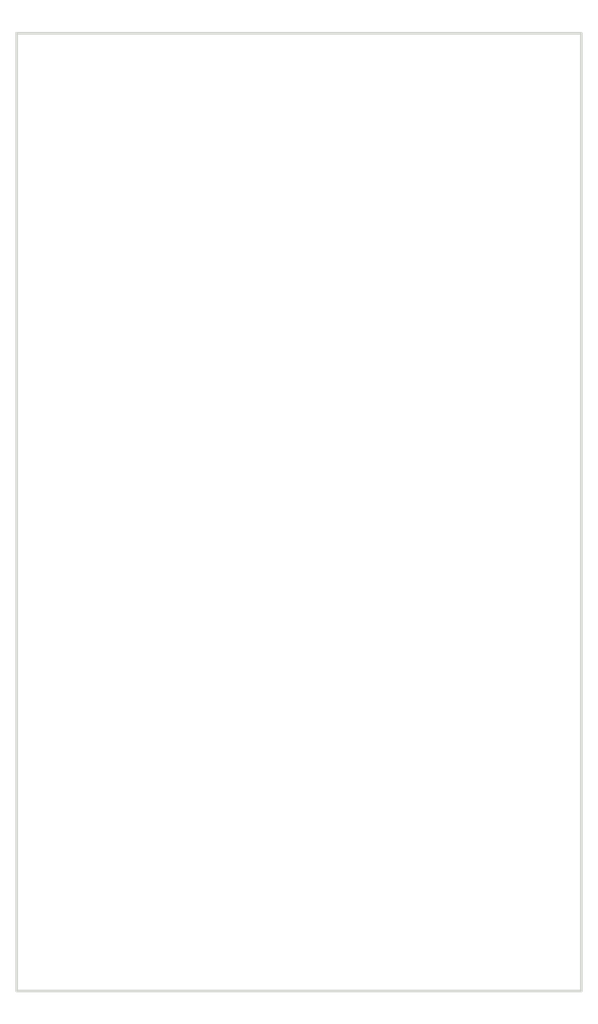
<source format=kicad_pcb>
(kicad_pcb (version 20221018) (generator pcbnew)

  (general
    (thickness 1.6)
  )

  (paper "USLetter")
  (layers
    (0 "F.Cu" signal)
    (31 "B.Cu" signal)
    (32 "B.Adhes" user "B.Adhesive")
    (33 "F.Adhes" user "F.Adhesive")
    (34 "B.Paste" user)
    (35 "F.Paste" user)
    (36 "B.SilkS" user "B.Silkscreen")
    (37 "F.SilkS" user "F.Silkscreen")
    (38 "B.Mask" user)
    (39 "F.Mask" user)
    (40 "Dwgs.User" user "User.Drawings")
    (41 "Cmts.User" user "User.Comments")
    (42 "Eco1.User" user "User.Eco1")
    (43 "Eco2.User" user "User.Eco2")
    (44 "Edge.Cuts" user)
    (45 "Margin" user)
    (46 "B.CrtYd" user "B.Courtyard")
    (47 "F.CrtYd" user "F.Courtyard")
    (48 "B.Fab" user)
    (49 "F.Fab" user)
    (50 "User.1" user)
    (51 "User.2" user)
    (52 "User.3" user)
    (53 "User.4" user)
    (54 "User.5" user)
    (55 "User.6" user)
    (56 "User.7" user)
    (57 "User.8" user)
    (58 "User.9" user)
  )

  (setup
    (stackup
      (layer "F.SilkS" (type "Top Silk Screen"))
      (layer "F.Paste" (type "Top Solder Paste"))
      (layer "F.Mask" (type "Top Solder Mask") (thickness 0.01))
      (layer "F.Cu" (type "copper") (thickness 0.035))
      (layer "dielectric 1" (type "core") (thickness 1.51) (material "FR4") (epsilon_r 4.5) (loss_tangent 0.02))
      (layer "B.Cu" (type "copper") (thickness 0.035))
      (layer "B.Mask" (type "Bottom Solder Mask") (thickness 0.01))
      (layer "B.Paste" (type "Bottom Solder Paste"))
      (layer "B.SilkS" (type "Bottom Silk Screen"))
      (copper_finish "None")
      (dielectric_constraints no)
    )
    (pad_to_mask_clearance 0)
    (aux_axis_origin 20 20)
    (grid_origin 20 20)
    (pcbplotparams
      (layerselection 0x00010fc_ffffffff)
      (plot_on_all_layers_selection 0x0000000_00000000)
      (disableapertmacros false)
      (usegerberextensions false)
      (usegerberattributes true)
      (usegerberadvancedattributes true)
      (creategerberjobfile true)
      (dashed_line_dash_ratio 12.000000)
      (dashed_line_gap_ratio 3.000000)
      (svgprecision 4)
      (plotframeref false)
      (viasonmask false)
      (mode 1)
      (useauxorigin false)
      (hpglpennumber 1)
      (hpglpenspeed 20)
      (hpglpendiameter 15.000000)
      (dxfpolygonmode true)
      (dxfimperialunits true)
      (dxfusepcbnewfont true)
      (psnegative false)
      (psa4output false)
      (plotreference true)
      (plotvalue true)
      (plotinvisibletext false)
      (sketchpadsonfab false)
      (subtractmaskfromsilk false)
      (outputformat 1)
      (mirror false)
      (drillshape 0)
      (scaleselection 1)
      (outputdirectory "")
    )
  )

  (net 0 "")

  (gr_rect locked (start 20 20) (end 62.5 92)
    (stroke (width 0.2) (type default)) (fill none) (layer "Edge.Cuts") (tstamp 86b1ff45-2082-46bd-9c7f-bd443e600339))
  (gr_rect locked (start 18.75 17.5) (end 63.75 94.5)
    (stroke (width 0.01) (type default)) (fill none) (layer "Margin") (tstamp 1e079792-6ba7-4d74-b5d5-b41b35d2a17c))
  (gr_rect locked (start 23.1 23.1) (end 59.4 88.9)
    (stroke (width 0.01) (type dash)) (fill none) (layer "B.Fab") (tstamp 6a8b1cf2-1a05-45d7-9455-40454c008cd7))
  (gr_rect locked (start 21.2 21.2) (end 61.3 90.8)
    (stroke (width 0.01) (type dash)) (fill none) (layer "F.Fab") (tstamp cdfb55bd-a3e5-40ef-89a9-c8ca9105300d))

)

</source>
